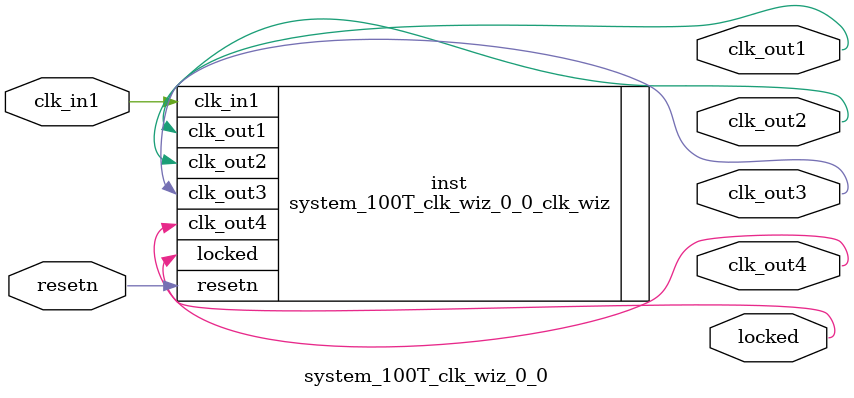
<source format=v>


`timescale 1ps/1ps

(* CORE_GENERATION_INFO = "system_100T_clk_wiz_0_0,clk_wiz_v6_0_8_0_0,{component_name=system_100T_clk_wiz_0_0,use_phase_alignment=true,use_min_o_jitter=false,use_max_i_jitter=false,use_dyn_phase_shift=false,use_inclk_switchover=false,use_dyn_reconfig=false,enable_axi=0,feedback_source=FDBK_AUTO,PRIMITIVE=MMCM,num_out_clk=4,clkin1_period=10.000,clkin2_period=10.000,use_power_down=false,use_reset=true,use_locked=true,use_inclk_stopped=false,feedback_type=SINGLE,CLOCK_MGR_TYPE=NA,manual_override=false}" *)

module system_100T_clk_wiz_0_0 
 (
  // Clock out ports
  output        clk_out1,
  output        clk_out2,
  output        clk_out3,
  output        clk_out4,
  // Status and control signals
  input         resetn,
  output        locked,
 // Clock in ports
  input         clk_in1
 );

  system_100T_clk_wiz_0_0_clk_wiz inst
  (
  // Clock out ports  
  .clk_out1(clk_out1),
  .clk_out2(clk_out2),
  .clk_out3(clk_out3),
  .clk_out4(clk_out4),
  // Status and control signals               
  .resetn(resetn), 
  .locked(locked),
 // Clock in ports
  .clk_in1(clk_in1)
  );

endmodule

</source>
